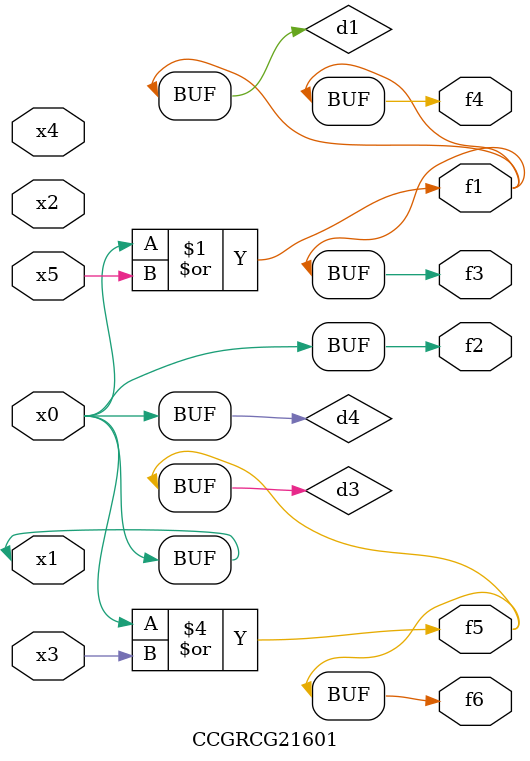
<source format=v>
module CCGRCG21601(
	input x0, x1, x2, x3, x4, x5,
	output f1, f2, f3, f4, f5, f6
);

	wire d1, d2, d3, d4;

	or (d1, x0, x5);
	xnor (d2, x1, x4);
	or (d3, x0, x3);
	buf (d4, x0, x1);
	assign f1 = d1;
	assign f2 = d4;
	assign f3 = d1;
	assign f4 = d1;
	assign f5 = d3;
	assign f6 = d3;
endmodule

</source>
